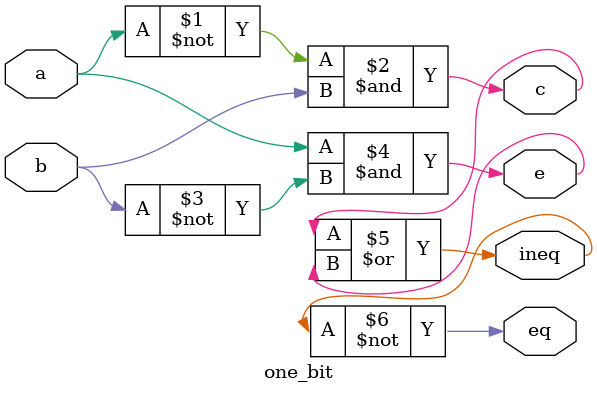
<source format=v>

module one_bit(a,b, c,eq,e,ineq) ;
input a,b;
output c,eq,e,ineq; 
wire c,eq,e,ineq;


assign c=~a&b;
assign e=a&~b;
assign eq=~(c|e);
assign ineq=~eq;
endmodule
</source>
